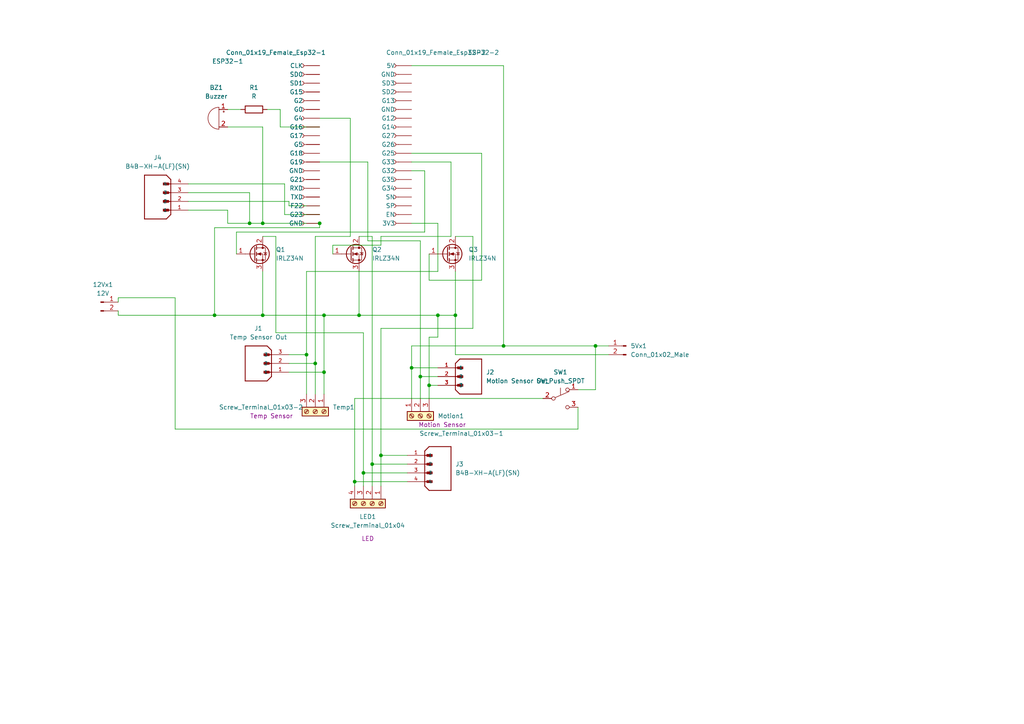
<source format=kicad_sch>
(kicad_sch (version 20211123) (generator eeschema)
  (paper "A4")
  (lib_symbols
    (symbol "B3B-XH-A_LF__SN_:B3B-XH-A(LF)(SN)" (pin_names (offset 1.016))
      (property "Reference" "J" (at 0 6.35 0))
      (property "Value" "B3B-XH-A(LF)(SN)" (at 0 -7.62 0))
      (symbol "B3B-XH-A(LF)(SN)_0_0"
        (polyline (pts (xy 0 -3.81) (xy 1.27 -5.08)) (stroke (width 0.254)))
        (polyline (pts (xy 0 -2.54) (xy 1.905 -2.54)) (stroke (width 0.254)))
        (polyline (pts (xy 0 0) (xy 1.905 0)) (stroke (width 0.254)))
        (polyline (pts (xy 0 2.54) (xy 0 -3.81)) (stroke (width 0.254)))
        (polyline (pts (xy 0 2.54) (xy 1.905 2.54)) (stroke (width 0.254)))
        (polyline (pts (xy 0 3.81) (xy 0 2.54)) (stroke (width 0.254)))
        (polyline (pts (xy 0 3.81) (xy 1.27 5.08)) (stroke (width 0.254)))
        (polyline (pts (xy 1.27 -5.08) (xy 7.62 -5.08)) (stroke (width 0.254)))
        (polyline (pts (xy 7.62 -5.08) (xy 7.62 5.08)) (stroke (width 0.254)))
        (polyline (pts (xy 7.62 5.08) (xy 1.27 5.08)) (stroke (width 0.254)))
        (rectangle (start 0.6096 -2.8448) (end 2.2098 -2.2098) (fill (type outline)))
        (rectangle (start 0.6096 -0.3048) (end 2.2098 0.3048) (fill (type outline)))
        (rectangle (start 0.6096 2.2098) (end 2.2098 2.8448) (fill (type outline)))
        (pin passive line (at -5.08 2.54 0) (length 5.08) (name "1") (number "1"))
        (pin passive line (at -5.08 0 0) (length 5.08) (name "2") (number "2"))
        (pin passive line (at -5.08 -2.54 0) (length 5.08) (name "3") (number "3"))
      )
    )
    (symbol "B4B-XH-A_LF__SN_:B4B-XH-A(LF)(SN)" (pin_names (offset 1.016))
      (property "Reference" "J" (at 0 8.89 0))
      (property "Value" "B4B-XH-A(LF)(SN)" (at 0 -7.62 0))
      (symbol "B4B-XH-A(LF)(SN)_0_0"
        (polyline (pts (xy 0 -3.81) (xy 1.27 -5.08)) (stroke (width 0.254)))
        (polyline (pts (xy 0 -2.54) (xy 1.905 -2.54)) (stroke (width 0.254)))
        (polyline (pts (xy 0 0) (xy 1.905 0)) (stroke (width 0.254)))
        (polyline (pts (xy 0 2.54) (xy 1.905 2.54)) (stroke (width 0.254)))
        (polyline (pts (xy 0 5.08) (xy 0 -3.81)) (stroke (width 0.254)))
        (polyline (pts (xy 0 5.08) (xy 1.905 5.08)) (stroke (width 0.254)))
        (polyline (pts (xy 0 6.35) (xy 0 5.08)) (stroke (width 0.254)))
        (polyline (pts (xy 0 6.35) (xy 1.27 7.62)) (stroke (width 0.254)))
        (polyline (pts (xy 1.27 -5.08) (xy 7.62 -5.08)) (stroke (width 0.254)))
        (polyline (pts (xy 7.62 -5.08) (xy 7.62 7.62)) (stroke (width 0.254)))
        (polyline (pts (xy 7.62 7.62) (xy 1.27 7.62)) (stroke (width 0.254)))
        (rectangle (start 0.6096 -2.8448) (end 2.2098 -2.2098) (fill (type outline)))
        (rectangle (start 0.6096 -0.3048) (end 2.2098 0.3048) (fill (type outline)))
        (rectangle (start 0.6096 2.2098) (end 2.2098 2.8448) (fill (type outline)))
        (rectangle (start 0.6096 4.7498) (end 2.2098 5.3848) (fill (type outline)))
        (pin passive line (at -5.08 5.08 0) (length 5.08) (name "1") (number "1"))
        (pin passive line (at -5.08 2.54 0) (length 5.08) (name "2") (number "2"))
        (pin passive line (at -5.08 0 0) (length 5.08) (name "3") (number "3"))
        (pin passive line (at -5.08 -2.54 0) (length 5.08) (name "4") (number "4"))
      )
    )
    (symbol "Conn_01x19_Female_Esp32-1_1" (pin_numbers hide) (pin_names (offset 1.016))
      (property "Reference" "J" (at -16.51 -30.48 0))
      (property "Value" "Conn_01x19_Female_Esp32-1_1" (at -16.51 20.32 0))
      (symbol "Conn_01x19_Female_Esp32-1_1_1_1"
        (arc (start -16.51 -28.448) (mid -16.002 -27.94) (end -16.51 -27.432) (stroke (width 0.1524)))
        (arc (start -16.51 -25.908) (mid -16.002 -25.4) (end -16.51 -24.892) (stroke (width 0.1524)))
        (arc (start -16.51 -23.368) (mid -16.002 -22.86) (end -16.51 -22.352) (stroke (width 0.1524)))
        (arc (start -16.51 -20.828) (mid -16.002 -20.32) (end -16.51 -19.812) (stroke (width 0.1524)))
        (arc (start -16.51 -18.288) (mid -16.002 -17.78) (end -16.51 -17.272) (stroke (width 0.1524)))
        (arc (start -16.51 -15.748) (mid -16.002 -15.24) (end -16.51 -14.732) (stroke (width 0.1524)))
        (arc (start -16.51 -13.208) (mid -16.002 -12.7) (end -16.51 -12.192) (stroke (width 0.1524)))
        (arc (start -16.51 -10.668) (mid -16.002 -10.16) (end -16.51 -9.652) (stroke (width 0.1524)))
        (arc (start -16.51 -8.128) (mid -16.002 -7.62) (end -16.51 -7.112) (stroke (width 0.1524)))
        (arc (start -16.51 -5.588) (mid -16.002 -5.08) (end -16.51 -4.572) (stroke (width 0.1524)))
        (arc (start -16.51 -3.048) (mid -16.002 -2.54) (end -16.51 -2.032) (stroke (width 0.1524)))
        (arc (start -16.51 -0.508) (mid -16.002 0) (end -16.51 0.508) (stroke (width 0.1524)))
        (arc (start -16.51 2.032) (mid -16.002 2.54) (end -16.51 3.048) (stroke (width 0.1524)))
        (arc (start -16.51 4.572) (mid -16.002 5.08) (end -16.51 5.588) (stroke (width 0.1524)))
        (arc (start -16.51 7.112) (mid -16.002 7.62) (end -16.51 8.128) (stroke (width 0.1524)))
        (arc (start -16.51 9.652) (mid -16.002 10.16) (end -16.51 10.668) (stroke (width 0.1524)))
        (arc (start -16.51 12.192) (mid -16.002 12.7) (end -16.51 13.208) (stroke (width 0.1524)))
        (arc (start -16.51 14.732) (mid -16.002 15.24) (end -16.51 15.748) (stroke (width 0.1524)))
        (arc (start -16.51 17.272) (mid -16.002 17.78) (end -16.51 18.288) (stroke (width 0.1524)))
        (polyline (pts (xy -15.24 -27.94) (xy -16.002 -27.94)) (stroke (width 0.1524)))
        (polyline (pts (xy -15.24 -25.4) (xy -16.002 -25.4)) (stroke (width 0.1524)))
        (polyline (pts (xy -15.24 -22.86) (xy -16.002 -22.86)) (stroke (width 0.1524)))
        (polyline (pts (xy -15.24 -20.32) (xy -16.002 -20.32)) (stroke (width 0.1524)))
        (polyline (pts (xy -15.24 -17.78) (xy -16.002 -17.78)) (stroke (width 0.1524)))
        (polyline (pts (xy -15.24 -15.24) (xy -16.002 -15.24)) (stroke (width 0.1524)))
        (polyline (pts (xy -15.24 -12.7) (xy -16.002 -12.7)) (stroke (width 0.1524)))
        (polyline (pts (xy -15.24 -10.16) (xy -16.002 -10.16)) (stroke (width 0.1524)))
        (polyline (pts (xy -15.24 -7.62) (xy -16.002 -7.62)) (stroke (width 0.1524)))
        (polyline (pts (xy -15.24 -5.08) (xy -16.002 -5.08)) (stroke (width 0.1524)))
        (polyline (pts (xy -15.24 -2.54) (xy -16.002 -2.54)) (stroke (width 0.1524)))
        (polyline (pts (xy -15.24 0) (xy -16.002 0)) (stroke (width 0.1524)))
        (polyline (pts (xy -15.24 2.54) (xy -16.002 2.54)) (stroke (width 0.1524)))
        (polyline (pts (xy -15.24 5.08) (xy -16.002 5.08)) (stroke (width 0.1524)))
        (polyline (pts (xy -15.24 7.62) (xy -16.002 7.62)) (stroke (width 0.1524)))
        (polyline (pts (xy -15.24 10.16) (xy -16.002 10.16)) (stroke (width 0.1524)))
        (polyline (pts (xy -15.24 12.7) (xy -16.002 12.7)) (stroke (width 0.1524)))
        (polyline (pts (xy -15.24 15.24) (xy -16.002 15.24)) (stroke (width 0.1524)))
        (polyline (pts (xy -15.24 17.78) (xy -16.002 17.78)) (stroke (width 0.1524)))
        (pin passive line (at -11.43 -27.94 180) (length 3.81) (name "GND") (number "1"))
        (pin passive line (at -11.43 -5.08 180) (length 3.81) (name "G5") (number "10"))
        (pin passive line (at -11.43 -2.54 180) (length 3.81) (name "G17") (number "11"))
        (pin passive line (at -11.43 0 180) (length 3.81) (name "G16") (number "12"))
        (pin passive line (at -11.43 2.54 180) (length 3.81) (name "G4") (number "13"))
        (pin passive line (at -11.43 5.08 180) (length 3.81) (name "G0") (number "14"))
        (pin passive line (at -11.43 7.62 180) (length 3.81) (name "G2") (number "15"))
        (pin passive line (at -11.43 10.16 180) (length 3.81) (name "G15") (number "16"))
        (pin passive line (at -11.43 12.7 180) (length 3.81) (name "SD1") (number "17"))
        (pin passive line (at -11.43 15.24 180) (length 3.81) (name "SD0") (number "18"))
        (pin passive line (at -11.43 17.78 180) (length 3.81) (name "CLK") (number "19"))
        (pin passive line (at -11.43 -25.4 180) (length 3.81) (name "G23") (number "2"))
        (pin passive line (at -11.43 -22.86 180) (length 3.81) (name "F22") (number "3"))
        (pin passive line (at -11.43 -20.32 180) (length 3.81) (name "TXD") (number "4"))
        (pin passive line (at -11.43 -17.78 180) (length 3.81) (name "RXD") (number "5"))
        (pin passive line (at -11.43 -15.24 180) (length 3.81) (name "G21") (number "6"))
        (pin passive line (at -11.43 -12.7 180) (length 3.81) (name "GND") (number "7"))
        (pin passive line (at -11.43 -10.16 180) (length 3.81) (name "G19") (number "8"))
        (pin passive line (at -11.43 -7.62 180) (length 3.81) (name "G18") (number "9"))
      )
    )
    (symbol "Connector:Conn_01x02_Male" (pin_names (offset 1.016) hide)
      (property "Reference" "J" (at 0 2.54 0))
      (property "Value" "Conn_01x02_Male" (at 0 -5.08 0))
      (symbol "Conn_01x02_Male_1_1"
        (polyline (pts (xy 1.27 -2.54) (xy 0.8636 -2.54)) (stroke (width 0.1524)))
        (polyline (pts (xy 1.27 0) (xy 0.8636 0)) (stroke (width 0.1524)))
        (rectangle (start 0.8636 -2.413) (end 0 -2.667) (stroke (width 0.1524)) (fill (type outline)))
        (rectangle (start 0.8636 0.127) (end 0 -0.127) (stroke (width 0.1524)) (fill (type outline)))
        (pin passive line (at 5.08 0 180) (length 3.81) (name "Pin_1") (number "1"))
        (pin passive line (at 5.08 -2.54 180) (length 3.81) (name "Pin_2") (number "2"))
      )
    )
    (symbol "Connector:Conn_01x19_Female_Esp32-2" (pin_numbers hide) (pin_names (offset 1.016))
      (property "Reference" "J" (at 0 25.4 0))
      (property "Value" "Conn_01x19_Female_Esp32-2" (at 0 -25.4 0))
      (symbol "Conn_01x19_Female_Esp32-2_1_1"
        (arc (start 0 -22.352) (mid -0.508 -22.86) (end 0 -23.368) (stroke (width 0.1524)))
        (arc (start 0 -19.812) (mid -0.508 -20.32) (end 0 -20.828) (stroke (width 0.1524)))
        (arc (start 0 -17.272) (mid -0.508 -17.78) (end 0 -18.288) (stroke (width 0.1524)))
        (arc (start 0 -14.732) (mid -0.508 -15.24) (end 0 -15.748) (stroke (width 0.1524)))
        (arc (start 0 -12.192) (mid -0.508 -12.7) (end 0 -13.208) (stroke (width 0.1524)))
        (arc (start 0 -9.652) (mid -0.508 -10.16) (end 0 -10.668) (stroke (width 0.1524)))
        (arc (start 0 -7.112) (mid -0.508 -7.62) (end 0 -8.128) (stroke (width 0.1524)))
        (arc (start 0 -4.572) (mid -0.508 -5.08) (end 0 -5.588) (stroke (width 0.1524)))
        (arc (start 0 -2.032) (mid -0.508 -2.54) (end 0 -3.048) (stroke (width 0.1524)))
        (polyline (pts (xy -1.27 -22.86) (xy -0.508 -22.86)) (stroke (width 0.1524)))
        (polyline (pts (xy -1.27 -20.32) (xy -0.508 -20.32)) (stroke (width 0.1524)))
        (polyline (pts (xy -1.27 -17.78) (xy -0.508 -17.78)) (stroke (width 0.1524)))
        (polyline (pts (xy -1.27 -15.24) (xy -0.508 -15.24)) (stroke (width 0.1524)))
        (polyline (pts (xy -1.27 -12.7) (xy -0.508 -12.7)) (stroke (width 0.1524)))
        (polyline (pts (xy -1.27 -10.16) (xy -0.508 -10.16)) (stroke (width 0.1524)))
        (polyline (pts (xy -1.27 -7.62) (xy -0.508 -7.62)) (stroke (width 0.1524)))
        (polyline (pts (xy -1.27 -5.08) (xy -0.508 -5.08)) (stroke (width 0.1524)))
        (polyline (pts (xy -1.27 -2.54) (xy -0.508 -2.54)) (stroke (width 0.1524)))
        (polyline (pts (xy -1.27 0) (xy -0.508 0)) (stroke (width 0.1524)))
        (polyline (pts (xy -1.27 2.54) (xy -0.508 2.54)) (stroke (width 0.1524)))
        (polyline (pts (xy -1.27 5.08) (xy -0.508 5.08)) (stroke (width 0.1524)))
        (polyline (pts (xy -1.27 7.62) (xy -0.508 7.62)) (stroke (width 0.1524)))
        (polyline (pts (xy -1.27 10.16) (xy -0.508 10.16)) (stroke (width 0.1524)))
        (polyline (pts (xy -1.27 12.7) (xy -0.508 12.7)) (stroke (width 0.1524)))
        (polyline (pts (xy -1.27 15.24) (xy -0.508 15.24)) (stroke (width 0.1524)))
        (polyline (pts (xy -1.27 17.78) (xy -0.508 17.78)) (stroke (width 0.1524)))
        (polyline (pts (xy -1.27 20.32) (xy -0.508 20.32)) (stroke (width 0.1524)))
        (polyline (pts (xy -1.27 22.86) (xy -0.508 22.86)) (stroke (width 0.1524)))
        (arc (start 0 0.508) (mid -0.508 0) (end 0 -0.508) (stroke (width 0.1524)))
        (arc (start 0 3.048) (mid -0.508 2.54) (end 0 2.032) (stroke (width 0.1524)))
        (arc (start 0 5.588) (mid -0.508 5.08) (end 0 4.572) (stroke (width 0.1524)))
        (arc (start 0 8.128) (mid -0.508 7.62) (end 0 7.112) (stroke (width 0.1524)))
        (arc (start 0 10.668) (mid -0.508 10.16) (end 0 9.652) (stroke (width 0.1524)))
        (arc (start 0 13.208) (mid -0.508 12.7) (end 0 12.192) (stroke (width 0.1524)))
        (arc (start 0 15.748) (mid -0.508 15.24) (end 0 14.732) (stroke (width 0.1524)))
        (arc (start 0 18.288) (mid -0.508 17.78) (end 0 17.272) (stroke (width 0.1524)))
        (arc (start 0 20.828) (mid -0.508 20.32) (end 0 19.812) (stroke (width 0.1524)))
        (arc (start 0 23.368) (mid -0.508 22.86) (end 0 22.352) (stroke (width 0.1524)))
        (pin passive line (at -5.08 22.86 0) (length 3.81) (name "3V3") (number "1"))
        (pin passive line (at -5.08 0 0) (length 3.81) (name "G26") (number "10"))
        (pin passive line (at -5.08 -2.54 0) (length 3.81) (name "G27") (number "11"))
        (pin passive line (at -5.08 -5.08 0) (length 3.81) (name "G14") (number "12"))
        (pin passive line (at -5.08 -7.62 0) (length 3.81) (name "G12") (number "13"))
        (pin passive line (at -5.08 -10.16 0) (length 3.81) (name "GND") (number "14"))
        (pin passive line (at -5.08 -12.7 0) (length 3.81) (name "G13") (number "15"))
        (pin passive line (at -5.08 -15.24 0) (length 3.81) (name "SD2") (number "16"))
        (pin passive line (at -5.08 -17.78 0) (length 3.81) (name "SD3") (number "17"))
        (pin passive line (at -5.08 -20.32 0) (length 3.81) (name "GND") (number "18"))
        (pin passive line (at -5.08 -22.86 0) (length 3.81) (name "5V") (number "19"))
        (pin passive line (at -5.08 20.32 0) (length 3.81) (name "EN") (number "2"))
        (pin passive line (at -5.08 17.78 0) (length 3.81) (name "SP") (number "3"))
        (pin passive line (at -5.08 15.24 0) (length 3.81) (name "SN") (number "4"))
        (pin passive line (at -5.08 12.7 0) (length 3.81) (name "G34") (number "5"))
        (pin passive line (at -5.08 10.16 0) (length 3.81) (name "G35") (number "6"))
        (pin passive line (at -5.08 7.62 0) (length 3.81) (name "G32") (number "7"))
        (pin passive line (at -5.08 5.08 0) (length 3.81) (name "G33") (number "8"))
        (pin passive line (at -5.08 2.54 0) (length 3.81) (name "G25") (number "9"))
      )
    )
    (symbol "Connector:Screw_Terminal_01x03" (pin_names (offset 1.016) hide)
      (property "Reference" "J" (at 0 5.08 0))
      (property "Value" "Screw_Terminal_01x03" (at 0 -5.08 0))
      (symbol "Screw_Terminal_01x03_1_1"
        (rectangle (start -1.27 3.81) (end 1.27 -3.81) (stroke (width 0.254)) (fill (type background)))
        (circle (center 0 -2.54) (radius 0.635) (stroke (width 0.1524)))
        (polyline (pts (xy -0.5334 -2.2098) (xy 0.3302 -3.048)) (stroke (width 0.1524)))
        (polyline (pts (xy -0.5334 0.3302) (xy 0.3302 -0.508)) (stroke (width 0.1524)))
        (polyline (pts (xy -0.5334 2.8702) (xy 0.3302 2.032)) (stroke (width 0.1524)))
        (polyline (pts (xy -0.3556 -2.032) (xy 0.508 -2.8702)) (stroke (width 0.1524)))
        (polyline (pts (xy -0.3556 0.508) (xy 0.508 -0.3302)) (stroke (width 0.1524)))
        (polyline (pts (xy -0.3556 3.048) (xy 0.508 2.2098)) (stroke (width 0.1524)))
        (circle (center 0 0) (radius 0.635) (stroke (width 0.1524)))
        (circle (center 0 2.54) (radius 0.635) (stroke (width 0.1524)))
        (pin passive line (at -5.08 2.54 0) (length 3.81) (name "Pin_1") (number "1"))
        (pin passive line (at -5.08 0 0) (length 3.81) (name "Pin_2") (number "2"))
        (pin passive line (at -5.08 -2.54 0) (length 3.81) (name "Pin_3") (number "3"))
      )
    )
    (symbol "Connector:Screw_Terminal_01x04" (pin_names (offset 1.016) hide)
      (property "Reference" "J" (at 0 5.08 0))
      (property "Value" "Screw_Terminal_01x04" (at 0 -7.62 0))
      (symbol "Screw_Terminal_01x04_1_1"
        (rectangle (start -1.27 3.81) (end 1.27 -6.35) (stroke (width 0.254)) (fill (type background)))
        (circle (center 0 -5.08) (radius 0.635) (stroke (width 0.1524)))
        (circle (center 0 -2.54) (radius 0.635) (stroke (width 0.1524)))
        (polyline (pts (xy -0.5334 -4.7498) (xy 0.3302 -5.588)) (stroke (width 0.1524)))
        (polyline (pts (xy -0.5334 -2.2098) (xy 0.3302 -3.048)) (stroke (width 0.1524)))
        (polyline (pts (xy -0.5334 0.3302) (xy 0.3302 -0.508)) (stroke (width 0.1524)))
        (polyline (pts (xy -0.5334 2.8702) (xy 0.3302 2.032)) (stroke (width 0.1524)))
        (polyline (pts (xy -0.3556 -4.572) (xy 0.508 -5.4102)) (stroke (width 0.1524)))
        (polyline (pts (xy -0.3556 -2.032) (xy 0.508 -2.8702)) (stroke (width 0.1524)))
        (polyline (pts (xy -0.3556 0.508) (xy 0.508 -0.3302)) (stroke (width 0.1524)))
        (polyline (pts (xy -0.3556 3.048) (xy 0.508 2.2098)) (stroke (width 0.1524)))
        (circle (center 0 0) (radius 0.635) (stroke (width 0.1524)))
        (circle (center 0 2.54) (radius 0.635) (stroke (width 0.1524)))
        (pin passive line (at -5.08 2.54 0) (length 3.81) (name "Pin_1") (number "1"))
        (pin passive line (at -5.08 0 0) (length 3.81) (name "Pin_2") (number "2"))
        (pin passive line (at -5.08 -2.54 0) (length 3.81) (name "Pin_3") (number "3"))
        (pin passive line (at -5.08 -5.08 0) (length 3.81) (name "Pin_4") (number "4"))
      )
    )
    (symbol "Device:Buzzer" (pin_names (offset 0.0254) hide)
      (property "Reference" "BZ" (at 3.81 1.27 0))
      (property "Value" "Buzzer" (at 3.81 -1.27 0))
      (symbol "Buzzer_0_1"
        (arc (start 0 -3.175) (mid 3.175 0) (end 0 3.175))
        (polyline (pts (xy -1.651 1.905) (xy -1.143 1.905)))
        (polyline (pts (xy -1.397 2.159) (xy -1.397 1.651)))
        (polyline (pts (xy 0 3.175) (xy 0 -3.175)))
      )
      (symbol "Buzzer_1_1"
        (pin passive line (at -2.54 2.54 0) (length 2.54) (name "-") (number "1"))
        (pin passive line (at -2.54 -2.54 0) (length 2.54) (name "+") (number "2"))
      )
    )
    (symbol "Device:R" (pin_numbers hide) (pin_names (offset 0))
      (property "Reference" "R" (at 2.032 0 90))
      (property "Value" "R" (at 0 0 90))
      (symbol "R_0_1"
        (rectangle (start -1.016 -2.54) (end 1.016 2.54) (stroke (width 0.254)))
      )
      (symbol "R_1_1"
        (pin passive line (at 0 3.81 270) (length 1.27) (name "~") (number "1"))
        (pin passive line (at 0 -3.81 90) (length 1.27) (name "~") (number "2"))
      )
    )
    (symbol "Switch:SW_Push_SPDT" (pin_names (offset 0) hide)
      (property "Reference" "SW" (at 0 4.318 0))
      (property "Value" "SW_Push_SPDT" (at 0 -5.08 0))
      (symbol "SW_Push_SPDT_0_0"
        (circle (center -2.032 0) (radius 0.508))
        (polyline (pts (xy 0 1.016) (xy 0 3.048)))
        (circle (center 2.032 -2.54) (radius 0.508))
      )
      (symbol "SW_Push_SPDT_0_1"
        (polyline (pts (xy -1.524 0.254) (xy 2.54 2.032)))
        (circle (center 2.032 2.54) (radius 0.508))
      )
      (symbol "SW_Push_SPDT_1_1"
        (pin passive line (at 5.08 2.54 180) (length 2.54) (name "A") (number "1"))
        (pin passive line (at -5.08 0 0) (length 2.54) (name "B") (number "2"))
        (pin passive line (at 5.08 -2.54 180) (length 2.54) (name "C") (number "3"))
      )
    )
    (symbol "Transistor_FET:IRLZ34N" (pin_names hide)
      (property "Reference" "Q" (at 6.35 1.905 0))
      (property "Value" "IRLZ34N" (at 6.35 0 0))
      (symbol "IRLZ34N_0_1"
        (polyline (pts (xy 0.254 0) (xy -2.54 0)))
        (polyline (pts (xy 0.254 1.905) (xy 0.254 -1.905)) (stroke (width 0.254)))
        (polyline (pts (xy 0.762 -1.27) (xy 0.762 -2.286)) (stroke (width 0.254)))
        (polyline (pts (xy 0.762 0.508) (xy 0.762 -0.508)) (stroke (width 0.254)))
        (polyline (pts (xy 0.762 2.286) (xy 0.762 1.27)) (stroke (width 0.254)))
        (polyline (pts (xy 2.54 2.54) (xy 2.54 1.778)))
        (polyline (pts (xy 2.54 -2.54) (xy 2.54 0) (xy 0.762 0)))
        (polyline (pts (xy 0.762 -1.778) (xy 3.302 -1.778) (xy 3.302 1.778) (xy 0.762 1.778)))
        (polyline (pts (xy 1.016 0) (xy 2.032 0.381) (xy 2.032 -0.381) (xy 1.016 0)) (fill (type outline)))
        (polyline (pts (xy 2.794 0.508) (xy 2.921 0.381) (xy 3.683 0.381) (xy 3.81 0.254)))
        (polyline (pts (xy 3.302 0.381) (xy 2.921 -0.254) (xy 3.683 -0.254) (xy 3.302 0.381)))
        (circle (center 1.651 0) (radius 2.794) (stroke (width 0.254)))
        (circle (center 2.54 -1.778) (radius 0.254) (fill (type outline)))
        (circle (center 2.54 1.778) (radius 0.254) (fill (type outline)))
      )
      (symbol "IRLZ34N_1_1"
        (pin input line (at -5.08 0 0) (length 2.54) (name "G") (number "1"))
        (pin passive line (at 2.54 5.08 270) (length 2.54) (name "D") (number "2"))
        (pin passive line (at 2.54 -5.08 90) (length 2.54) (name "S") (number "3"))
      )
    )
  )
  (junction (at 76.2 64.77))
  (junction (at 110.49 132.08))
  (junction (at 127 91.44))
  (junction (at 124.46 111.76))
  (junction (at 72.39 64.77))
  (junction (at 62.23 91.44))
  (junction (at 104.14 91.44))
  (junction (at 93.98 91.44))
  (junction (at 172.72 100.33))
  (junction (at 107.95 134.62))
  (junction (at 102.87 139.7))
  (junction (at 105.41 137.16))
  (junction (at 121.92 109.22))
  (junction (at 146.05 100.33))
  (junction (at 92.71 64.77))
  (junction (at 93.98 107.95))
  (junction (at 91.44 105.41))
  (junction (at 132.08 91.44))
  (junction (at 76.2 91.44))
  (junction (at 88.9 102.87))
  (junction (at 119.38 106.68))
  (wire (pts (xy 101.6 34.29) (xy 101.6 68.58)))
  (wire (pts (xy 102.87 115.57) (xy 102.87 139.7)))
  (wire (pts (xy 81.28 36.83) (xy 92.71 36.83)))
  (wire (pts (xy 132.08 102.87) (xy 132.08 91.44)))
  (wire (pts (xy 132.08 68.58) (xy 137.16 68.58)))
  (wire (pts (xy 50.8 124.46) (xy 167.64 124.46)))
  (wire (pts (xy 121.92 69.85) (xy 106.68 69.85)))
  (wire (pts (xy 93.98 91.44) (xy 93.98 107.95)))
  (wire (pts (xy 119.38 106.68) (xy 119.38 115.57)))
  (wire (pts (xy 92.71 34.29) (xy 101.6 34.29)))
  (wire (pts (xy 62.23 91.44) (xy 76.2 91.44)))
  (wire (pts (xy 92.71 66.04) (xy 62.23 66.04)))
  (wire (pts (xy 121.92 69.85) (xy 121.92 109.22)))
  (wire (pts (xy 77.47 31.75) (xy 81.28 31.75)))
  (wire (pts (xy 107.95 68.58) (xy 107.95 134.62)))
  (wire (pts (xy 102.87 115.57) (xy 157.48 115.57)))
  (wire (pts (xy 107.95 134.62) (xy 118.11 134.62)))
  (wire (pts (xy 124.46 73.66) (xy 124.46 81.28)))
  (wire (pts (xy 127 64.77) (xy 119.38 64.77)))
  (wire (pts (xy 121.92 109.22) (xy 121.92 115.57)))
  (wire (pts (xy 104.14 91.44) (xy 104.14 78.74)))
  (wire (pts (xy 96.52 71.12) (xy 110.49 71.12)))
  (wire (pts (xy 54.61 53.34) (xy 82.55 53.34)))
  (wire (pts (xy 132.08 91.44) (xy 132.08 78.74)))
  (wire (pts (xy 130.81 68.58) (xy 130.81 46.99)))
  (wire (pts (xy 119.38 100.33) (xy 119.38 106.68)))
  (wire (pts (xy 137.16 95.25) (xy 137.16 68.58)))
  (wire (pts (xy 110.49 132.08) (xy 118.11 132.08)))
  (wire (pts (xy 124.46 111.76) (xy 124.46 115.57)))
  (wire (pts (xy 82.55 53.34) (xy 82.55 62.23)))
  (wire (pts (xy 127 97.79) (xy 127 91.44)))
  (wire (pts (xy 102.87 139.7) (xy 118.11 139.7)))
  (wire (pts (xy 68.58 67.31) (xy 68.58 73.66)))
  (wire (pts (xy 123.19 49.53) (xy 123.19 67.31)))
  (wire (pts (xy 54.61 60.96) (xy 66.04 60.96)))
  (wire (pts (xy 172.72 100.33) (xy 176.53 100.33)))
  (wire (pts (xy 88.9 78.74) (xy 88.9 102.87)))
  (wire (pts (xy 82.55 62.23) (xy 92.71 62.23)))
  (wire (pts (xy 105.41 137.16) (xy 105.41 140.97)))
  (wire (pts (xy 76.2 64.77) (xy 92.71 64.77)))
  (wire (pts (xy 124.46 111.76) (xy 127 111.76)))
  (wire (pts (xy 34.29 86.36) (xy 34.29 87.63)))
  (wire (pts (xy 104.14 68.58) (xy 107.95 68.58)))
  (wire (pts (xy 119.38 46.99) (xy 130.81 46.99)))
  (wire (pts (xy 96.52 71.12) (xy 96.52 73.66)))
  (wire (pts (xy 91.44 68.58) (xy 91.44 105.41)))
  (wire (pts (xy 127 91.44) (xy 132.08 91.44)))
  (wire (pts (xy 83.82 59.69) (xy 92.71 59.69)))
  (wire (pts (xy 110.49 95.25) (xy 137.16 95.25)))
  (wire (pts (xy 172.72 100.33) (xy 172.72 113.03)))
  (wire (pts (xy 83.82 102.87) (xy 88.9 102.87)))
  (wire (pts (xy 110.49 132.08) (xy 110.49 140.97)))
  (wire (pts (xy 119.38 49.53) (xy 123.19 49.53)))
  (wire (pts (xy 130.81 68.58) (xy 110.49 68.58)))
  (wire (pts (xy 124.46 97.79) (xy 124.46 111.76)))
  (wire (pts (xy 102.87 139.7) (xy 102.87 140.97)))
  (wire (pts (xy 167.64 124.46) (xy 167.64 118.11)))
  (wire (pts (xy 54.61 55.88) (xy 72.39 55.88)))
  (wire (pts (xy 106.68 69.85) (xy 106.68 46.99)))
  (wire (pts (xy 66.04 60.96) (xy 66.04 64.77)))
  (wire (pts (xy 119.38 19.05) (xy 146.05 19.05)))
  (wire (pts (xy 93.98 91.44) (xy 104.14 91.44)))
  (wire (pts (xy 119.38 44.45) (xy 139.7 44.45)))
  (wire (pts (xy 110.49 95.25) (xy 110.49 132.08)))
  (wire (pts (xy 172.72 113.03) (xy 167.64 113.03)))
  (wire (pts (xy 88.9 78.74) (xy 127 78.74)))
  (wire (pts (xy 107.95 134.62) (xy 107.95 140.97)))
  (wire (pts (xy 139.7 44.45) (xy 139.7 81.28)))
  (wire (pts (xy 88.9 102.87) (xy 88.9 114.3)))
  (wire (pts (xy 92.71 46.99) (xy 106.68 46.99)))
  (wire (pts (xy 146.05 19.05) (xy 146.05 100.33)))
  (wire (pts (xy 76.2 68.58) (xy 80.01 68.58)))
  (wire (pts (xy 34.29 91.44) (xy 62.23 91.44)))
  (wire (pts (xy 81.28 31.75) (xy 81.28 36.83)))
  (wire (pts (xy 66.04 36.83) (xy 76.2 36.83)))
  (wire (pts (xy 121.92 109.22) (xy 127 109.22)))
  (wire (pts (xy 62.23 66.04) (xy 62.23 91.44)))
  (wire (pts (xy 119.38 106.68) (xy 127 106.68)))
  (wire (pts (xy 83.82 105.41) (xy 91.44 105.41)))
  (wire (pts (xy 72.39 55.88) (xy 72.39 64.77)))
  (wire (pts (xy 72.39 64.77) (xy 76.2 64.77)))
  (wire (pts (xy 68.58 67.31) (xy 123.19 67.31)))
  (wire (pts (xy 80.01 96.52) (xy 80.01 68.58)))
  (wire (pts (xy 92.71 64.77) (xy 92.71 66.04)))
  (wire (pts (xy 50.8 86.36) (xy 50.8 124.46)))
  (wire (pts (xy 83.82 107.95) (xy 93.98 107.95)))
  (wire (pts (xy 139.7 81.28) (xy 124.46 81.28)))
  (wire (pts (xy 83.82 58.42) (xy 83.82 59.69)))
  (wire (pts (xy 119.38 100.33) (xy 146.05 100.33)))
  (wire (pts (xy 124.46 97.79) (xy 127 97.79)))
  (wire (pts (xy 104.14 91.44) (xy 127 91.44)))
  (wire (pts (xy 127 78.74) (xy 127 64.77)))
  (wire (pts (xy 132.08 102.87) (xy 176.53 102.87)))
  (wire (pts (xy 91.44 105.41) (xy 91.44 114.3)))
  (wire (pts (xy 66.04 31.75) (xy 69.85 31.75)))
  (wire (pts (xy 54.61 58.42) (xy 83.82 58.42)))
  (wire (pts (xy 146.05 100.33) (xy 172.72 100.33)))
  (wire (pts (xy 93.98 107.95) (xy 93.98 114.3)))
  (wire (pts (xy 34.29 86.36) (xy 50.8 86.36)))
  (wire (pts (xy 105.41 96.52) (xy 105.41 137.16)))
  (wire (pts (xy 110.49 68.58) (xy 110.49 71.12)))
  (wire (pts (xy 66.04 64.77) (xy 72.39 64.77)))
  (wire (pts (xy 76.2 36.83) (xy 76.2 64.77)))
  (wire (pts (xy 80.01 96.52) (xy 105.41 96.52)))
  (wire (pts (xy 101.6 68.58) (xy 91.44 68.58)))
  (wire (pts (xy 105.41 137.16) (xy 118.11 137.16)))
  (wire (pts (xy 76.2 91.44) (xy 93.98 91.44)))
  (wire (pts (xy 34.29 91.44) (xy 34.29 90.17)))
  (wire (pts (xy 76.2 91.44) (xy 76.2 78.74)))
  (symbol (lib_id "Connector:Conn_01x02_Male") (at 29.21 87.63 0) (unit 1)
    (property "Reference" "12Vx1" (at 29.845 82.55 0))
    (property "Value" "12V" (at 29.845 85.09 0))
    (property "Footprint" "Connector_PinHeader_2.54mm:PinHeader_1x02_P2.54mm_Vertical" (effects hide))
  )
  (symbol (lib_id "Transistor_FET:IRLZ34N") (at 73.66 73.66 0) (unit 1)
    (property "Reference" "Q1" (at 80.01 72.3899 0) (effects (justify left)))
    (property "Value" "IRLZ34N" (at 80.01 74.9299 0) (effects (justify left)))
    (property "Footprint" "Package_TO_SOT_THT:TO-220-3_Vertical" (effects hide))
    (property "Datasheet" "http://www.infineon.com/dgdl/irlz34npbf.pdf?fileId=5546d462533600a40153567206892720" (effects hide))
  )
  (symbol (lib_id "Device:R") (at 73.66 31.75 90) (unit 1)
    (property "Reference" "R1" (at 73.66 25.4 90))
    (property "Value" "R" (at 73.66 27.94 90))
    (property "Footprint" "Resistor_THT:R_Axial_DIN0207_L6.3mm_D2.5mm_P10.16mm_Horizontal" (effects hide))
  )
  (symbol (lib_id "Connector:Screw_Terminal_01x04") (at 107.95 146.05 270) (unit 1)
    (property "Reference" "LED1" (at 106.68 149.86 90))
    (property "Value" "Screw_Terminal_01x04" (at 106.68 152.4 90))
    (property "Footprint" "TerminalBlock:TerminalBlock_bornier-4_P5.08mm" (effects hide))
    (property "Description" "LED" (at 106.68 156.21 90))
  )
  (symbol (lib_id "Connector:Screw_Terminal_01x03") (at 91.44 119.38 270) (unit 1)
    (property "Reference" "Temp1" (at 96.52 118.1099 90) (effects (justify left)))
    (property "Value" "Screw_Terminal_01x03-2" (at 63.5 118.11 90) (effects (justify left)))
    (property "Footprint" "TerminalBlock:TerminalBlock_bornier-3_P5.08mm" (effects hide))
    (property "Descpription" "Temp Sensor" (at 78.74 120.65 90))
  )
  (symbol (lib_id "Switch:SW_Push_SPDT") (at 162.56 115.57 0) (unit 1)
    (property "Reference" "SW1" (at 162.56 107.95 0))
    (property "Value" "SW_Push_SPDT" (at 162.56 110.49 0))
    (property "Footprint" "500SSP1S2M2QEA:SW_500SSP1S2M2QEA" (effects hide))
  )
  (symbol (lib_id "Connector:Conn_01x02_Male") (at 181.61 100.33 0) (mirror y) (unit 1)
    (property "Reference" "5Vx1" (at 182.88 100.3299 0) (effects (justify right)))
    (property "Value" "Conn_01x02_Male" (at 182.88 102.8699 0) (effects (justify right)))
    (property "Footprint" "Connector_PinHeader_2.54mm:PinHeader_1x02_P2.54mm_Vertical" (effects hide))
  )
  (symbol (lib_id "Transistor_FET:IRLZ34N") (at 101.6 73.66 0) (unit 1)
    (property "Reference" "Q2" (at 107.95 72.3899 0) (effects (justify left)))
    (property "Value" "IRLZ34N" (at 107.95 74.9299 0) (effects (justify left)))
    (property "Footprint" "Package_TO_SOT_THT:TO-220-3_Vertical" (effects hide))
    (property "Datasheet" "http://www.infineon.com/dgdl/irlz34npbf.pdf?fileId=5546d462533600a40153567206892720" (effects hide))
  )
  (symbol (lib_id "Device:Buzzer") (at 63.5 34.29 0) (mirror y) (unit 1)
    (property "Reference" "BZ1" (at 62.738 25.4 0))
    (property "Value" "Buzzer" (at 62.738 27.94 0))
    (property "Footprint" "Buzzer_Beeper:Buzzer_12x9.5RM7.6" (effects hide))
  )
  (symbol (lib_name "Conn_01x19_Female_Esp32-1_1") (lib_id "Connector:Conn_01x19_Female_Esp32-1") (at 104.14 36.83 0) (unit 1)
    (property "Reference" "ESP32-1" (at 66.04 17.78 0))
    (property "Value" "Conn_01x19_Female_Esp32-1" (at 80.01 15.24 0))
    (property "Footprint" "Connector_PinSocket_2.54mm:PinSocket_1x19_P2.54mm_Vertical" (effects hide))
  )
  (symbol (lib_id "B3B-XH-A_LF__SN_:B3B-XH-A(LF)(SN)") (at 78.74 105.41 180) (unit 1)
    (property "Reference" "J1" (at 74.93 95.25 0))
    (property "Value" "Temp Sensor Out" (at 74.93 97.79 0))
    (property "Footprint" "B3B-XH-A_LF__SN_:JST_B3B-XH-A(LF)(SN)" (effects hide))
    (property "MANUFACTURER" "JST Sales America Inc." (effects hide))
    (property "MAXIMUM_PACKAGE_HEIGHT" "7 mm" (effects hide))
    (property "PARTREV" "N/A" (effects hide))
    (property "STANDARD" "Manufacturer Recommendations" (effects hide))
    (property "SNAPEDA_PN" "B3B-XH-A(LF)(SN)" (effects hide))
  )
  (symbol (lib_id "B4B-XH-A_LF__SN_:B4B-XH-A(LF)(SN)") (at 123.19 137.16 0) (unit 1)
    (property "Reference" "J3" (at 132.08 134.6199 0) (effects (justify left)))
    (property "Value" "B4B-XH-A(LF)(SN)" (at 132.08 137.1599 0) (effects (justify left)))
    (property "Footprint" "B4B-XH-A_LF__SN_:JST_B4B-XH-A(LF)(SN)" (effects hide))
    (property "MAXIMUM_PACKAGE_HEIGHT" "7 mm" (effects hide))
    (property "SNAPEDA_PN" "B4B-XH-A(LF)(SN)" (effects hide))
    (property "STANDARD" "Manufacturer Recommendations" (effects hide))
    (property "PARTREV" "N/A" (effects hide))
    (property "MANUFACTURER" "JST Sales America Inc." (effects hide))
  )
  (symbol (lib_id "B4B-XH-A_LF__SN_:B4B-XH-A(LF)(SN)") (at 49.53 55.88 180) (unit 1)
    (property "Reference" "J4" (at 45.72 45.72 0))
    (property "Value" "B4B-XH-A(LF)(SN)" (at 45.72 48.26 0))
    (property "Footprint" "B4B-XH-A_LF__SN_:JST_B4B-XH-A(LF)(SN)" (effects hide))
    (property "MAXIMUM_PACKAGE_HEIGHT" "7 mm" (effects hide))
    (property "SNAPEDA_PN" "B4B-XH-A(LF)(SN)" (effects hide))
    (property "STANDARD" "Manufacturer Recommendations" (effects hide))
    (property "PARTREV" "N/A" (effects hide))
    (property "MANUFACTURER" "JST Sales America Inc." (effects hide))
  )
  (symbol (lib_id "Connector:Conn_01x19_Female_Esp32-2") (at 114.3 41.91 180) (unit 1)
    (property "Reference" "ESP32-2" (at 144.78 15.24 0) (effects (justify left)))
    (property "Value" "Conn_01x19_Female_Esp32-2" (at 140.97 15.24 0) (effects (justify left)))
    (property "Footprint" "Connector_PinSocket_2.54mm:PinSocket_1x19_P2.54mm_Vertical" (effects hide))
  )
  (symbol (lib_id "B3B-XH-A_LF__SN_:B3B-XH-A(LF)(SN)") (at 132.08 109.22 0) (unit 1)
    (property "Reference" "J2" (at 140.97 107.9499 0) (effects (justify left)))
    (property "Value" "Motion Sensor Out" (at 140.97 110.4899 0) (effects (justify left)))
    (property "Footprint" "B3B-XH-A_LF__SN_:JST_B3B-XH-A(LF)(SN)" (effects hide))
    (property "MANUFACTURER" "JST Sales America Inc." (effects hide))
    (property "MAXIMUM_PACKAGE_HEIGHT" "7 mm" (effects hide))
    (property "PARTREV" "N/A" (effects hide))
    (property "STANDARD" "Manufacturer Recommendations" (effects hide))
    (property "SNAPEDA_PN" "B3B-XH-A(LF)(SN)" (effects hide))
  )
  (symbol (lib_id "Transistor_FET:IRLZ34N") (at 129.54 73.66 0) (unit 1)
    (property "Reference" "Q3" (at 135.89 72.3899 0) (effects (justify left)))
    (property "Value" "IRLZ34N" (at 135.89 74.9299 0) (effects (justify left)))
    (property "Footprint" "Package_TO_SOT_THT:TO-220-3_Vertical" (effects hide))
    (property "Datasheet" "http://www.infineon.com/dgdl/irlz34npbf.pdf?fileId=5546d462533600a40153567206892720" (effects hide))
  )
  (symbol (lib_id "Connector:Screw_Terminal_01x03") (at 121.92 120.65 90) (mirror x) (unit 1)
    (property "Reference" "Motion1" (at 134.62 120.65 90) (effects (justify left)))
    (property "Value" "Screw_Terminal_01x03-1" (at 146.05 125.73 90) (effects (justify left)))
    (property "Footprint" "TerminalBlock:TerminalBlock_bornier-3_P5.08mm" (effects hide))
    (property "Description" "Motion Sensor" (at 128.27 123.19 90))
  )
)
</source>
